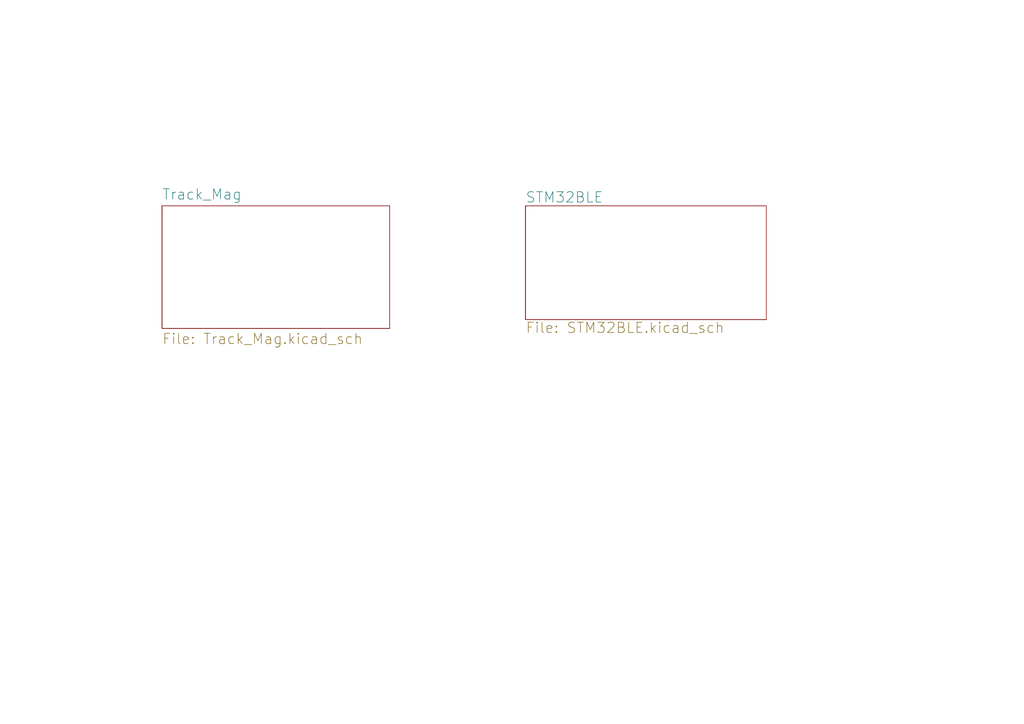
<source format=kicad_sch>
(kicad_sch (version 20211123) (generator eeschema)
  (paper "A4")
  (lib_symbols)
  (sheet (at 152.4 59.69) (size 69.85 33.02) (stroke (width 0.1524))
    (property "Sheet name" "STM32BLE" (at 152.4 58.9784 0) (effects (font (size 3 3)) (justify left bottom)))
    (property "Sheet file" "STM32BLE.kicad_sch" (at 152.4 93.2946 0) (effects (font (size 3 3)) (justify left top)))
  )
  (sheet (at 46.99 59.69) (size 66.04 35.56) (stroke (width 0.1524))
    (property "Sheet name" "Track_Mag" (at 46.99 58.1134 0) (effects (font (size 3 3)) (justify left bottom)))
    (property "Sheet file" "Track_Mag.kicad_sch" (at 46.99 96.5266 0) (effects (font (size 3 3)) (justify left top)))
  )
)
</source>
